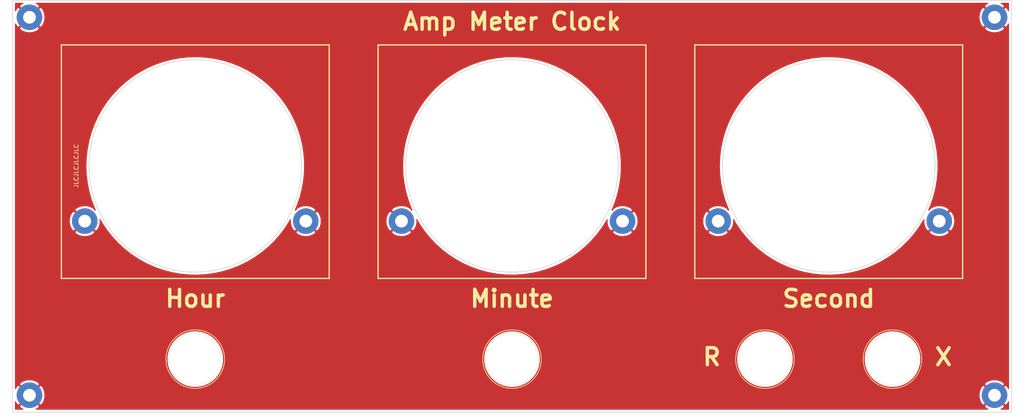
<source format=kicad_pcb>
(kicad_pcb (version 20171130) (host pcbnew "(5.1.10)-1")

  (general
    (thickness 1.6)
    (drawings 18)
    (tracks 0)
    (zones 0)
    (modules 11)
    (nets 2)
  )

  (page A4)
  (layers
    (0 F.Cu signal)
    (31 B.Cu signal)
    (32 B.Adhes user)
    (33 F.Adhes user)
    (34 B.Paste user)
    (35 F.Paste user)
    (36 B.SilkS user)
    (37 F.SilkS user)
    (38 B.Mask user)
    (39 F.Mask user)
    (40 Dwgs.User user)
    (41 Cmts.User user)
    (42 Eco1.User user)
    (43 Eco2.User user)
    (44 Edge.Cuts user)
    (45 Margin user)
    (46 B.CrtYd user)
    (47 F.CrtYd user)
    (48 B.Fab user)
    (49 F.Fab user)
  )

  (setup
    (last_trace_width 0.25)
    (trace_clearance 0.2)
    (zone_clearance 0.508)
    (zone_45_only no)
    (trace_min 0.2)
    (via_size 0.8)
    (via_drill 0.4)
    (via_min_size 0.4)
    (via_min_drill 0.3)
    (uvia_size 0.3)
    (uvia_drill 0.1)
    (uvias_allowed no)
    (uvia_min_size 0.2)
    (uvia_min_drill 0.1)
    (edge_width 0.05)
    (segment_width 0.2)
    (pcb_text_width 0.3)
    (pcb_text_size 1.5 1.5)
    (mod_edge_width 0.12)
    (mod_text_size 1 1)
    (mod_text_width 0.15)
    (pad_size 1.524 1.524)
    (pad_drill 0.762)
    (pad_to_mask_clearance 0)
    (aux_axis_origin 0 0)
    (visible_elements 7FFFFFFF)
    (pcbplotparams
      (layerselection 0x010a0_7fffffff)
      (usegerberextensions false)
      (usegerberattributes true)
      (usegerberadvancedattributes true)
      (creategerberjobfile true)
      (excludeedgelayer true)
      (linewidth 0.100000)
      (plotframeref false)
      (viasonmask false)
      (mode 1)
      (useauxorigin false)
      (hpglpennumber 1)
      (hpglpenspeed 20)
      (hpglpendiameter 15.000000)
      (psnegative false)
      (psa4output false)
      (plotreference true)
      (plotvalue true)
      (plotinvisibletext false)
      (padsonsilk false)
      (subtractmaskfromsilk false)
      (outputformat 1)
      (mirror false)
      (drillshape 0)
      (scaleselection 1)
      (outputdirectory "gerbers/"))
  )

  (net 0 "")
  (net 1 GND)

  (net_class Default "This is the default net class."
    (clearance 0.2)
    (trace_width 0.25)
    (via_dia 0.8)
    (via_drill 0.4)
    (uvia_dia 0.3)
    (uvia_drill 0.1)
    (add_net GND)
  )

  (module ampmeter_clock_frontpanel:Push_Button_12mm (layer F.Cu) (tedit 610AAA1D) (tstamp 610B07D5)
    (at 157.5 124.5)
    (fp_text reference REF** (at 0 8.4) (layer F.SilkS) hide
      (effects (font (size 1 1) (thickness 0.15)))
    )
    (fp_text value Push_Button_12mm (at 0 -0.5) (layer F.Fab)
      (effects (font (size 1 1) (thickness 0.15)))
    )
    (fp_circle (center 0 0) (end 6 0) (layer Dwgs.User) (width 0.12))
    (fp_circle (center 0 0) (end 6.9 0) (layer F.SilkS) (width 0.15))
  )

  (module ampmeter_clock_frontpanel:Push_Button_12mm (layer F.Cu) (tedit 610AAA1D) (tstamp 610B0A61)
    (at 217 124.5)
    (fp_text reference REF** (at 0 8.4) (layer F.SilkS) hide
      (effects (font (size 1 1) (thickness 0.15)))
    )
    (fp_text value Push_Button_12mm (at 0 -0.5) (layer F.Fab)
      (effects (font (size 1 1) (thickness 0.15)))
    )
    (fp_circle (center 0 0) (end 6 0) (layer Dwgs.User) (width 0.12))
    (fp_circle (center 0 0) (end 6.9 0) (layer F.SilkS) (width 0.15))
  )

  (module ampmeter_clock_frontpanel:Push_Button_12mm (layer F.Cu) (tedit 610AAA1D) (tstamp 610B0797)
    (at 247 124.5)
    (fp_text reference REF** (at 0 8.4) (layer F.SilkS) hide
      (effects (font (size 1 1) (thickness 0.15)))
    )
    (fp_text value Push_Button_12mm (at 0 -0.5) (layer F.Fab)
      (effects (font (size 1 1) (thickness 0.15)))
    )
    (fp_circle (center 0 0) (end 6 0) (layer Dwgs.User) (width 0.12))
    (fp_circle (center 0 0) (end 6.9 0) (layer F.SilkS) (width 0.15))
  )

  (module ampmeter_clock_frontpanel:Push_Button_12mm (layer F.Cu) (tedit 610AAA1D) (tstamp 610B0778)
    (at 83 124.5)
    (fp_text reference REF** (at 0 8.4) (layer F.SilkS) hide
      (effects (font (size 1 1) (thickness 0.15)))
    )
    (fp_text value Push_Button_12mm (at 0 -0.5) (layer F.Fab)
      (effects (font (size 1 1) (thickness 0.15)))
    )
    (fp_circle (center 0 0) (end 6 0) (layer Dwgs.User) (width 0.12))
    (fp_circle (center 0 0) (end 6.9 0) (layer F.SilkS) (width 0.15))
  )

  (module ampmeter_clock_frontpanel:Analog_Ampmeter (layer F.Cu) (tedit 60F2BDD9) (tstamp 610B0860)
    (at 232 79)
    (path /60FBF727)
    (fp_text reference H7 (at 0 29.7) (layer F.SilkS) hide
      (effects (font (size 1.5 1.5) (thickness 0.15)))
    )
    (fp_text value MountingHole_Meter (at 0 27.8) (layer F.Fab)
      (effects (font (size 1 1) (thickness 0.15)))
    )
    (fp_line (start 31.5 -28.5) (end 31.5 26.5) (layer F.SilkS) (width 0.3))
    (fp_line (start -31.5 26.5) (end 31.5 26.5) (layer F.SilkS) (width 0.3))
    (fp_line (start -31.5 -28.5) (end 31.5 -28.5) (layer F.SilkS) (width 0.3))
    (fp_line (start -31.5 -28.5) (end -31.5 26.5) (layer F.SilkS) (width 0.3))
    (fp_circle (center 0 0) (end 25 0) (layer Dwgs.User) (width 0.15))
    (pad 1 thru_hole circle (at -26 13) (size 6 6) (drill 3) (layers *.Cu *.Mask)
      (net 1 GND))
    (pad 1 thru_hole circle (at 26 13) (size 6 6) (drill 3) (layers *.Cu *.Mask)
      (net 1 GND))
  )

  (module ampmeter_clock_frontpanel:Analog_Ampmeter (layer F.Cu) (tedit 60F2BDD9) (tstamp 60F33006)
    (at 157.5 79)
    (path /60FBF434)
    (fp_text reference H6 (at 0 29.7) (layer F.SilkS) hide
      (effects (font (size 1.5 1.5) (thickness 0.15)))
    )
    (fp_text value MountingHole_Meter (at 0 27.8) (layer F.Fab)
      (effects (font (size 1 1) (thickness 0.15)))
    )
    (fp_line (start 31.5 -28.5) (end 31.5 26.5) (layer F.SilkS) (width 0.3))
    (fp_line (start -31.5 26.5) (end 31.5 26.5) (layer F.SilkS) (width 0.3))
    (fp_line (start -31.5 -28.5) (end 31.5 -28.5) (layer F.SilkS) (width 0.3))
    (fp_line (start -31.5 -28.5) (end -31.5 26.5) (layer F.SilkS) (width 0.3))
    (fp_circle (center 0 0) (end 25 0) (layer Dwgs.User) (width 0.15))
    (pad 1 thru_hole circle (at -26 13) (size 6 6) (drill 3) (layers *.Cu *.Mask)
      (net 1 GND))
    (pad 1 thru_hole circle (at 26 13) (size 6 6) (drill 3) (layers *.Cu *.Mask)
      (net 1 GND))
  )

  (module ampmeter_clock_frontpanel:Analog_Ampmeter (layer F.Cu) (tedit 60F2BDD9) (tstamp 60F32FFB)
    (at 83 79)
    (path /60FBF25C)
    (fp_text reference H5 (at 0 29.7) (layer F.SilkS) hide
      (effects (font (size 1.5 1.5) (thickness 0.15)))
    )
    (fp_text value MountingHole_Meter (at 0 27.8) (layer F.Fab)
      (effects (font (size 1 1) (thickness 0.15)))
    )
    (fp_line (start 31.5 -28.5) (end 31.5 26.5) (layer F.SilkS) (width 0.3))
    (fp_line (start -31.5 26.5) (end 31.5 26.5) (layer F.SilkS) (width 0.3))
    (fp_line (start -31.5 -28.5) (end 31.5 -28.5) (layer F.SilkS) (width 0.3))
    (fp_line (start -31.5 -28.5) (end -31.5 26.5) (layer F.SilkS) (width 0.3))
    (fp_circle (center 0 0) (end 25 0) (layer Dwgs.User) (width 0.15))
    (pad 1 thru_hole circle (at -26 13) (size 6 6) (drill 3) (layers *.Cu *.Mask)
      (net 1 GND))
    (pad 1 thru_hole circle (at 26 13) (size 6 6) (drill 3) (layers *.Cu *.Mask)
      (net 1 GND))
  )

  (module MountingHole:MountingHole_3mm_Pad (layer F.Cu) (tedit 56D1B4CB) (tstamp 60F32FF0)
    (at 271 133)
    (descr "Mounting Hole 3mm")
    (tags "mounting hole 3mm")
    (path /60FBEF2A)
    (attr virtual)
    (fp_text reference H4 (at 0 -4) (layer F.SilkS) hide
      (effects (font (size 1 1) (thickness 0.15)))
    )
    (fp_text value MountingHole_Pad (at 0 4) (layer F.Fab)
      (effects (font (size 1 1) (thickness 0.15)))
    )
    (fp_circle (center 0 0) (end 3.25 0) (layer F.CrtYd) (width 0.05))
    (fp_circle (center 0 0) (end 3 0) (layer Cmts.User) (width 0.15))
    (fp_text user %R (at 0.3 0) (layer F.Fab)
      (effects (font (size 1 1) (thickness 0.15)))
    )
    (pad 1 thru_hole circle (at 0 0) (size 6 6) (drill 3) (layers *.Cu *.Mask)
      (net 1 GND))
  )

  (module MountingHole:MountingHole_3mm_Pad (layer F.Cu) (tedit 56D1B4CB) (tstamp 60F32FE8)
    (at 44 133)
    (descr "Mounting Hole 3mm")
    (tags "mounting hole 3mm")
    (path /60FBEB64)
    (attr virtual)
    (fp_text reference H3 (at 0 -4) (layer F.SilkS) hide
      (effects (font (size 1 1) (thickness 0.15)))
    )
    (fp_text value MountingHole_Pad (at 0 4) (layer F.Fab)
      (effects (font (size 1 1) (thickness 0.15)))
    )
    (fp_circle (center 0 0) (end 3.25 0) (layer F.CrtYd) (width 0.05))
    (fp_circle (center 0 0) (end 3 0) (layer Cmts.User) (width 0.15))
    (fp_text user %R (at 0.3 0) (layer F.Fab)
      (effects (font (size 1 1) (thickness 0.15)))
    )
    (pad 1 thru_hole circle (at 0 0) (size 6 6) (drill 3) (layers *.Cu *.Mask)
      (net 1 GND))
  )

  (module MountingHole:MountingHole_3mm_Pad (layer F.Cu) (tedit 56D1B4CB) (tstamp 60F32FE0)
    (at 271 44)
    (descr "Mounting Hole 3mm")
    (tags "mounting hole 3mm")
    (path /60FBE987)
    (attr virtual)
    (fp_text reference H2 (at 0 -4) (layer F.SilkS) hide
      (effects (font (size 1 1) (thickness 0.15)))
    )
    (fp_text value MountingHole_Pad (at 0 4) (layer F.Fab)
      (effects (font (size 1 1) (thickness 0.15)))
    )
    (fp_circle (center 0 0) (end 3.25 0) (layer F.CrtYd) (width 0.05))
    (fp_circle (center 0 0) (end 3 0) (layer Cmts.User) (width 0.15))
    (fp_text user %R (at 0.3 0) (layer F.Fab)
      (effects (font (size 1 1) (thickness 0.15)))
    )
    (pad 1 thru_hole circle (at 0 0) (size 6 6) (drill 3) (layers *.Cu *.Mask)
      (net 1 GND))
  )

  (module MountingHole:MountingHole_3mm_Pad (layer F.Cu) (tedit 56D1B4CB) (tstamp 60F32FD8)
    (at 44 44)
    (descr "Mounting Hole 3mm")
    (tags "mounting hole 3mm")
    (path /60FBE52D)
    (attr virtual)
    (fp_text reference H1 (at 0 -4) (layer F.SilkS) hide
      (effects (font (size 1 1) (thickness 0.15)))
    )
    (fp_text value MountingHole_Pad (at 0 4) (layer F.Fab)
      (effects (font (size 1 1) (thickness 0.15)))
    )
    (fp_circle (center 0 0) (end 3.25 0) (layer F.CrtYd) (width 0.05))
    (fp_circle (center 0 0) (end 3 0) (layer Cmts.User) (width 0.15))
    (fp_text user %R (at 0.3 0) (layer F.Fab)
      (effects (font (size 1 1) (thickness 0.15)))
    )
    (pad 1 thru_hole circle (at 0 0) (size 6 6) (drill 3) (layers *.Cu *.Mask)
      (net 1 GND))
  )

  (gr_circle (center 247 124.5) (end 253 124.5) (layer Edge.Cuts) (width 0.05) (tstamp 610B0B87))
  (gr_circle (center 217 124.5) (end 223 124.5) (layer Edge.Cuts) (width 0.05) (tstamp 610B0B87))
  (gr_circle (center 157.5 124.5) (end 163.5 124.5) (layer Edge.Cuts) (width 0.05) (tstamp 610B0B87))
  (gr_circle (center 83 124.5) (end 89 124.5) (layer Edge.Cuts) (width 0.05))
  (gr_text X (at 259 124) (layer F.SilkS)
    (effects (font (size 4 4) (thickness 0.8)))
  )
  (gr_text R (at 204.5 124) (layer F.SilkS)
    (effects (font (size 4 4) (thickness 0.8)))
  )
  (gr_text JLCJLCJLCJLC (at 55 79 90) (layer F.SilkS)
    (effects (font (size 1 1) (thickness 0.15)))
  )
  (gr_text Second (at 232 110.25) (layer F.SilkS)
    (effects (font (size 4 4) (thickness 0.8)))
  )
  (gr_text Minute (at 157.5 110.25) (layer F.SilkS)
    (effects (font (size 4 4) (thickness 0.8)))
  )
  (gr_text Hour (at 83 110.25) (layer F.SilkS)
    (effects (font (size 4 4) (thickness 0.8)))
  )
  (gr_text "Amp Meter Clock" (at 157.5 45) (layer F.SilkS)
    (effects (font (size 4 4) (thickness 0.8)))
  )
  (gr_circle (center 232 79) (end 257 79) (layer Edge.Cuts) (width 0.15))
  (gr_circle (center 157.5 79) (end 182.5 79) (layer Edge.Cuts) (width 0.15))
  (gr_circle (center 83 79) (end 108 79) (layer Edge.Cuts) (width 0.15))
  (gr_line (start 40 40) (end 40 137) (layer Edge.Cuts) (width 0.15) (tstamp 60F3265D))
  (gr_line (start 40 137) (end 275 137) (layer Edge.Cuts) (width 0.15) (tstamp 60F3265A))
  (gr_line (start 275 40) (end 275 137) (layer Edge.Cuts) (width 0.15))
  (gr_line (start 40 40) (end 275 40) (layer Edge.Cuts) (width 0.15))

  (zone (net 1) (net_name GND) (layer F.Cu) (tstamp 60F333FF) (hatch edge 0.508)
    (connect_pads (clearance 0.508))
    (min_thickness 0.254)
    (fill yes (arc_segments 32) (thermal_gap 0.508) (thermal_bridge_width 0.508))
    (polygon
      (pts
        (xy 275 137) (xy 40 137) (xy 40 40) (xy 275 40)
      )
    )
    (filled_polygon
      (pts
        (xy 41.984397 40.953898) (xy 41.957106 40.972132) (xy 41.620919 41.441314) (xy 44 43.820395) (xy 46.379081 41.441314)
        (xy 46.042894 40.972132) (xy 45.557735 40.71) (xy 269.445672 40.71) (xy 268.984397 40.953898) (xy 268.957106 40.972132)
        (xy 268.620919 41.441314) (xy 271 43.820395) (xy 273.379081 41.441314) (xy 273.042894 40.972132) (xy 272.557735 40.71)
        (xy 274.29 40.71) (xy 274.29 42.445672) (xy 274.046102 41.984397) (xy 274.027868 41.957106) (xy 273.558686 41.620919)
        (xy 271.179605 44) (xy 273.558686 46.379081) (xy 274.027868 46.042894) (xy 274.29 45.557735) (xy 274.290001 131.445674)
        (xy 274.046102 130.984397) (xy 274.027868 130.957106) (xy 273.558686 130.620919) (xy 271.179605 133) (xy 273.558686 135.379081)
        (xy 274.027868 135.042894) (xy 274.290001 134.557733) (xy 274.290001 136.29) (xy 272.554328 136.29) (xy 273.015603 136.046102)
        (xy 273.042894 136.027868) (xy 273.379081 135.558686) (xy 271 133.179605) (xy 268.620919 135.558686) (xy 268.957106 136.027868)
        (xy 269.442265 136.29) (xy 45.554328 136.29) (xy 46.015603 136.046102) (xy 46.042894 136.027868) (xy 46.379081 135.558686)
        (xy 44 133.179605) (xy 41.620919 135.558686) (xy 41.957106 136.027868) (xy 42.442265 136.29) (xy 40.71 136.29)
        (xy 40.71 134.554328) (xy 40.953898 135.015603) (xy 40.972132 135.042894) (xy 41.441314 135.379081) (xy 43.820395 133)
        (xy 44.179605 133) (xy 46.558686 135.379081) (xy 47.027868 135.042894) (xy 47.368237 134.412932) (xy 47.579166 133.728673)
        (xy 47.65255 133.016411) (xy 47.649467 132.983589) (xy 267.34745 132.983589) (xy 267.414431 133.696482) (xy 267.619204 134.382609)
        (xy 267.953898 135.015603) (xy 267.972132 135.042894) (xy 268.441314 135.379081) (xy 270.820395 133) (xy 268.441314 130.620919)
        (xy 267.972132 130.957106) (xy 267.631763 131.587068) (xy 267.420834 132.271327) (xy 267.34745 132.983589) (xy 47.649467 132.983589)
        (xy 47.585569 132.303518) (xy 47.380796 131.617391) (xy 47.046102 130.984397) (xy 47.027868 130.957106) (xy 46.558686 130.620919)
        (xy 44.179605 133) (xy 43.820395 133) (xy 41.441314 130.620919) (xy 40.972132 130.957106) (xy 40.71 131.442265)
        (xy 40.71 130.441314) (xy 41.620919 130.441314) (xy 44 132.820395) (xy 46.379081 130.441314) (xy 46.042894 129.972132)
        (xy 45.412932 129.631763) (xy 44.728673 129.420834) (xy 44.016411 129.34745) (xy 43.303518 129.414431) (xy 42.617391 129.619204)
        (xy 41.984397 129.953898) (xy 41.957106 129.972132) (xy 41.620919 130.441314) (xy 40.71 130.441314) (xy 40.71 123.94837)
        (xy 76.342816 123.94837) (xy 76.342816 125.05163) (xy 76.524406 126.139843) (xy 76.882634 127.183325) (xy 77.407728 128.153614)
        (xy 78.085364 129.024241) (xy 78.897059 129.771459) (xy 79.820671 130.374885) (xy 80.831008 130.818059) (xy 81.900508 131.088894)
        (xy 83 131.18) (xy 84.099492 131.088894) (xy 85.168992 130.818059) (xy 86.179329 130.374885) (xy 87.102941 129.771459)
        (xy 87.914636 129.024241) (xy 88.592272 128.153614) (xy 89.117366 127.183325) (xy 89.475594 126.139843) (xy 89.657184 125.05163)
        (xy 89.657184 123.94837) (xy 150.842816 123.94837) (xy 150.842816 125.05163) (xy 151.024406 126.139843) (xy 151.382634 127.183325)
        (xy 151.907728 128.153614) (xy 152.585364 129.024241) (xy 153.397059 129.771459) (xy 154.320671 130.374885) (xy 155.331008 130.818059)
        (xy 156.400508 131.088894) (xy 157.5 131.18) (xy 158.599492 131.088894) (xy 159.668992 130.818059) (xy 160.679329 130.374885)
        (xy 161.602941 129.771459) (xy 162.414636 129.024241) (xy 163.092272 128.153614) (xy 163.617366 127.183325) (xy 163.975594 126.139843)
        (xy 164.157184 125.05163) (xy 164.157184 123.94837) (xy 210.342816 123.94837) (xy 210.342816 125.05163) (xy 210.524406 126.139843)
        (xy 210.882634 127.183325) (xy 211.407728 128.153614) (xy 212.085364 129.024241) (xy 212.897059 129.771459) (xy 213.820671 130.374885)
        (xy 214.831008 130.818059) (xy 215.900508 131.088894) (xy 217 131.18) (xy 218.099492 131.088894) (xy 219.168992 130.818059)
        (xy 220.179329 130.374885) (xy 221.102941 129.771459) (xy 221.914636 129.024241) (xy 222.592272 128.153614) (xy 223.117366 127.183325)
        (xy 223.475594 126.139843) (xy 223.657184 125.05163) (xy 223.657184 123.94837) (xy 240.342816 123.94837) (xy 240.342816 125.05163)
        (xy 240.524406 126.139843) (xy 240.882634 127.183325) (xy 241.407728 128.153614) (xy 242.085364 129.024241) (xy 242.897059 129.771459)
        (xy 243.820671 130.374885) (xy 244.831008 130.818059) (xy 245.900508 131.088894) (xy 247 131.18) (xy 248.099492 131.088894)
        (xy 249.168992 130.818059) (xy 250.027885 130.441314) (xy 268.620919 130.441314) (xy 271 132.820395) (xy 273.379081 130.441314)
        (xy 273.042894 129.972132) (xy 272.412932 129.631763) (xy 271.728673 129.420834) (xy 271.016411 129.34745) (xy 270.303518 129.414431)
        (xy 269.617391 129.619204) (xy 268.984397 129.953898) (xy 268.957106 129.972132) (xy 268.620919 130.441314) (xy 250.027885 130.441314)
        (xy 250.179329 130.374885) (xy 251.102941 129.771459) (xy 251.914636 129.024241) (xy 252.592272 128.153614) (xy 253.117366 127.183325)
        (xy 253.475594 126.139843) (xy 253.657184 125.05163) (xy 253.657184 123.94837) (xy 253.475594 122.860157) (xy 253.117366 121.816675)
        (xy 252.592272 120.846386) (xy 251.914636 119.975759) (xy 251.102941 119.228541) (xy 250.179329 118.625115) (xy 249.168992 118.181941)
        (xy 248.099492 117.911106) (xy 247 117.82) (xy 245.900508 117.911106) (xy 244.831008 118.181941) (xy 243.820671 118.625115)
        (xy 242.897059 119.228541) (xy 242.085364 119.975759) (xy 241.407728 120.846386) (xy 240.882634 121.816675) (xy 240.524406 122.860157)
        (xy 240.342816 123.94837) (xy 223.657184 123.94837) (xy 223.475594 122.860157) (xy 223.117366 121.816675) (xy 222.592272 120.846386)
        (xy 221.914636 119.975759) (xy 221.102941 119.228541) (xy 220.179329 118.625115) (xy 219.168992 118.181941) (xy 218.099492 117.911106)
        (xy 217 117.82) (xy 215.900508 117.911106) (xy 214.831008 118.181941) (xy 213.820671 118.625115) (xy 212.897059 119.228541)
        (xy 212.085364 119.975759) (xy 211.407728 120.846386) (xy 210.882634 121.816675) (xy 210.524406 122.860157) (xy 210.342816 123.94837)
        (xy 164.157184 123.94837) (xy 163.975594 122.860157) (xy 163.617366 121.816675) (xy 163.092272 120.846386) (xy 162.414636 119.975759)
        (xy 161.602941 119.228541) (xy 160.679329 118.625115) (xy 159.668992 118.181941) (xy 158.599492 117.911106) (xy 157.5 117.82)
        (xy 156.400508 117.911106) (xy 155.331008 118.181941) (xy 154.320671 118.625115) (xy 153.397059 119.228541) (xy 152.585364 119.975759)
        (xy 151.907728 120.846386) (xy 151.382634 121.816675) (xy 151.024406 122.860157) (xy 150.842816 123.94837) (xy 89.657184 123.94837)
        (xy 89.475594 122.860157) (xy 89.117366 121.816675) (xy 88.592272 120.846386) (xy 87.914636 119.975759) (xy 87.102941 119.228541)
        (xy 86.179329 118.625115) (xy 85.168992 118.181941) (xy 84.099492 117.911106) (xy 83 117.82) (xy 81.900508 117.911106)
        (xy 80.831008 118.181941) (xy 79.820671 118.625115) (xy 78.897059 119.228541) (xy 78.085364 119.975759) (xy 77.407728 120.846386)
        (xy 76.882634 121.816675) (xy 76.524406 122.860157) (xy 76.342816 123.94837) (xy 40.71 123.94837) (xy 40.71 94.558686)
        (xy 54.620919 94.558686) (xy 54.957106 95.027868) (xy 55.587068 95.368237) (xy 56.271327 95.579166) (xy 56.983589 95.65255)
        (xy 57.696482 95.585569) (xy 58.382609 95.380796) (xy 59.015603 95.046102) (xy 59.042894 95.027868) (xy 59.379081 94.558686)
        (xy 57 92.179605) (xy 54.620919 94.558686) (xy 40.71 94.558686) (xy 40.71 91.983589) (xy 53.34745 91.983589)
        (xy 53.414431 92.696482) (xy 53.619204 93.382609) (xy 53.953898 94.015603) (xy 53.972132 94.042894) (xy 54.441314 94.379081)
        (xy 56.820395 92) (xy 54.441314 89.620919) (xy 53.972132 89.957106) (xy 53.631763 90.587068) (xy 53.420834 91.271327)
        (xy 53.34745 91.983589) (xy 40.71 91.983589) (xy 40.71 89.441314) (xy 54.620919 89.441314) (xy 57 91.820395)
        (xy 57.014143 91.806253) (xy 57.193748 91.985858) (xy 57.179605 92) (xy 59.558686 94.379081) (xy 60.027868 94.042894)
        (xy 60.368237 93.412932) (xy 60.579166 92.728673) (xy 60.65255 92.016411) (xy 60.618211 91.650937) (xy 61.155658 92.596236)
        (xy 62.304935 94.288792) (xy 63.585052 95.884689) (xy 64.987917 97.373834) (xy 66.504661 98.746814) (xy 68.125693 99.994949)
        (xy 69.840765 101.110347) (xy 71.639034 102.085956) (xy 73.509131 102.915608) (xy 75.439232 103.594058) (xy 77.417135 104.117017)
        (xy 79.430335 104.481177) (xy 81.466103 104.684238) (xy 83.511569 104.724914) (xy 85.5538 104.602949) (xy 87.579886 104.319114)
        (xy 89.577016 103.875204) (xy 91.532564 103.274024) (xy 93.434167 102.519376) (xy 95.269801 101.616032) (xy 97.027861 100.569701)
        (xy 98.697234 99.387) (xy 100.267363 98.075405) (xy 101.728322 96.64321) (xy 103.070875 95.099469) (xy 103.470386 94.558686)
        (xy 106.620919 94.558686) (xy 106.957106 95.027868) (xy 107.587068 95.368237) (xy 108.271327 95.579166) (xy 108.983589 95.65255)
        (xy 109.696482 95.585569) (xy 110.382609 95.380796) (xy 111.015603 95.046102) (xy 111.042894 95.027868) (xy 111.379081 94.558686)
        (xy 129.120919 94.558686) (xy 129.457106 95.027868) (xy 130.087068 95.368237) (xy 130.771327 95.579166) (xy 131.483589 95.65255)
        (xy 132.196482 95.585569) (xy 132.882609 95.380796) (xy 133.515603 95.046102) (xy 133.542894 95.027868) (xy 133.879081 94.558686)
        (xy 131.5 92.179605) (xy 129.120919 94.558686) (xy 111.379081 94.558686) (xy 109 92.179605) (xy 106.620919 94.558686)
        (xy 103.470386 94.558686) (xy 104.286533 93.453941) (xy 105.367611 91.717032) (xy 105.37673 91.699395) (xy 105.34745 91.983589)
        (xy 105.414431 92.696482) (xy 105.619204 93.382609) (xy 105.953898 94.015603) (xy 105.972132 94.042894) (xy 106.441314 94.379081)
        (xy 108.820395 92) (xy 109.179605 92) (xy 111.558686 94.379081) (xy 112.027868 94.042894) (xy 112.368237 93.412932)
        (xy 112.579166 92.728673) (xy 112.65255 92.016411) (xy 112.649467 91.983589) (xy 127.84745 91.983589) (xy 127.914431 92.696482)
        (xy 128.119204 93.382609) (xy 128.453898 94.015603) (xy 128.472132 94.042894) (xy 128.941314 94.379081) (xy 131.320395 92)
        (xy 128.941314 89.620919) (xy 128.472132 89.957106) (xy 128.131763 90.587068) (xy 127.920834 91.271327) (xy 127.84745 91.983589)
        (xy 112.649467 91.983589) (xy 112.585569 91.303518) (xy 112.380796 90.617391) (xy 112.046102 89.984397) (xy 112.027868 89.957106)
        (xy 111.558686 89.620919) (xy 109.179605 92) (xy 108.820395 92) (xy 108.806253 91.985858) (xy 108.985858 91.806253)
        (xy 109 91.820395) (xy 111.379081 89.441314) (xy 129.120919 89.441314) (xy 131.5 91.820395) (xy 131.514143 91.806253)
        (xy 131.693748 91.985858) (xy 131.679605 92) (xy 134.058686 94.379081) (xy 134.527868 94.042894) (xy 134.868237 93.412932)
        (xy 135.079166 92.728673) (xy 135.15255 92.016411) (xy 135.118211 91.650937) (xy 135.655658 92.596236) (xy 136.804935 94.288792)
        (xy 138.085052 95.884689) (xy 139.487917 97.373834) (xy 141.004661 98.746814) (xy 142.625693 99.994949) (xy 144.340765 101.110347)
        (xy 146.139034 102.085956) (xy 148.009131 102.915608) (xy 149.939232 103.594058) (xy 151.917135 104.117017) (xy 153.930335 104.481177)
        (xy 155.966103 104.684238) (xy 158.011569 104.724914) (xy 160.0538 104.602949) (xy 162.079886 104.319114) (xy 164.077016 103.875204)
        (xy 166.032564 103.274024) (xy 167.934167 102.519376) (xy 169.769801 101.616032) (xy 171.527861 100.569701) (xy 173.197234 99.387)
        (xy 174.767363 98.075405) (xy 176.228322 96.64321) (xy 177.570875 95.099469) (xy 177.970386 94.558686) (xy 181.120919 94.558686)
        (xy 181.457106 95.027868) (xy 182.087068 95.368237) (xy 182.771327 95.579166) (xy 183.483589 95.65255) (xy 184.196482 95.585569)
        (xy 184.882609 95.380796) (xy 185.515603 95.046102) (xy 185.542894 95.027868) (xy 185.879081 94.558686) (xy 203.620919 94.558686)
        (xy 203.957106 95.027868) (xy 204.587068 95.368237) (xy 205.271327 95.579166) (xy 205.983589 95.65255) (xy 206.696482 95.585569)
        (xy 207.382609 95.380796) (xy 208.015603 95.046102) (xy 208.042894 95.027868) (xy 208.379081 94.558686) (xy 206 92.179605)
        (xy 203.620919 94.558686) (xy 185.879081 94.558686) (xy 183.5 92.179605) (xy 181.120919 94.558686) (xy 177.970386 94.558686)
        (xy 178.786533 93.453941) (xy 179.867611 91.717032) (xy 179.87673 91.699395) (xy 179.84745 91.983589) (xy 179.914431 92.696482)
        (xy 180.119204 93.382609) (xy 180.453898 94.015603) (xy 180.472132 94.042894) (xy 180.941314 94.379081) (xy 183.320395 92)
        (xy 183.679605 92) (xy 186.058686 94.379081) (xy 186.527868 94.042894) (xy 186.868237 93.412932) (xy 187.079166 92.728673)
        (xy 187.15255 92.016411) (xy 187.149467 91.983589) (xy 202.34745 91.983589) (xy 202.414431 92.696482) (xy 202.619204 93.382609)
        (xy 202.953898 94.015603) (xy 202.972132 94.042894) (xy 203.441314 94.379081) (xy 205.820395 92) (xy 203.441314 89.620919)
        (xy 202.972132 89.957106) (xy 202.631763 90.587068) (xy 202.420834 91.271327) (xy 202.34745 91.983589) (xy 187.149467 91.983589)
        (xy 187.085569 91.303518) (xy 186.880796 90.617391) (xy 186.546102 89.984397) (xy 186.527868 89.957106) (xy 186.058686 89.620919)
        (xy 183.679605 92) (xy 183.320395 92) (xy 183.306253 91.985858) (xy 183.485858 91.806253) (xy 183.5 91.820395)
        (xy 185.879081 89.441314) (xy 203.620919 89.441314) (xy 206 91.820395) (xy 206.014143 91.806253) (xy 206.193748 91.985858)
        (xy 206.179605 92) (xy 208.558686 94.379081) (xy 209.027868 94.042894) (xy 209.368237 93.412932) (xy 209.579166 92.728673)
        (xy 209.65255 92.016411) (xy 209.618211 91.650937) (xy 210.155658 92.596236) (xy 211.304935 94.288792) (xy 212.585052 95.884689)
        (xy 213.987917 97.373834) (xy 215.504661 98.746814) (xy 217.125693 99.994949) (xy 218.840765 101.110347) (xy 220.639034 102.085956)
        (xy 222.509131 102.915608) (xy 224.439232 103.594058) (xy 226.417135 104.117017) (xy 228.430335 104.481177) (xy 230.466103 104.684238)
        (xy 232.511569 104.724914) (xy 234.5538 104.602949) (xy 236.579886 104.319114) (xy 238.577016 103.875204) (xy 240.532564 103.274024)
        (xy 242.434167 102.519376) (xy 244.269801 101.616032) (xy 246.027861 100.569701) (xy 247.697234 99.387) (xy 249.267363 98.075405)
        (xy 250.728322 96.64321) (xy 252.070875 95.099469) (xy 252.470386 94.558686) (xy 255.620919 94.558686) (xy 255.957106 95.027868)
        (xy 256.587068 95.368237) (xy 257.271327 95.579166) (xy 257.983589 95.65255) (xy 258.696482 95.585569) (xy 259.382609 95.380796)
        (xy 260.015603 95.046102) (xy 260.042894 95.027868) (xy 260.379081 94.558686) (xy 258 92.179605) (xy 255.620919 94.558686)
        (xy 252.470386 94.558686) (xy 253.286533 93.453941) (xy 254.367611 91.717032) (xy 254.37673 91.699395) (xy 254.34745 91.983589)
        (xy 254.414431 92.696482) (xy 254.619204 93.382609) (xy 254.953898 94.015603) (xy 254.972132 94.042894) (xy 255.441314 94.379081)
        (xy 257.820395 92) (xy 258.179605 92) (xy 260.558686 94.379081) (xy 261.027868 94.042894) (xy 261.368237 93.412932)
        (xy 261.579166 92.728673) (xy 261.65255 92.016411) (xy 261.585569 91.303518) (xy 261.380796 90.617391) (xy 261.046102 89.984397)
        (xy 261.027868 89.957106) (xy 260.558686 89.620919) (xy 258.179605 92) (xy 257.820395 92) (xy 257.806253 91.985858)
        (xy 257.985858 91.806253) (xy 258 91.820395) (xy 260.379081 89.441314) (xy 260.042894 88.972132) (xy 259.412932 88.631763)
        (xy 258.728673 88.420834) (xy 258.016411 88.34745) (xy 257.303518 88.414431) (xy 256.617391 88.619204) (xy 255.984397 88.953898)
        (xy 255.957106 88.972132) (xy 255.62092 89.441312) (xy 255.535647 89.356039) (xy 256.09958 88.013498) (xy 256.739521 86.070289)
        (xy 257.223051 84.08238) (xy 257.547113 82.062338) (xy 257.709658 80.022935) (xy 257.709658 77.977065) (xy 257.547113 75.937662)
        (xy 257.223051 73.91762) (xy 256.739521 71.929711) (xy 256.09958 69.986502) (xy 255.307273 68.100279) (xy 254.367611 66.282968)
        (xy 253.286533 64.546059) (xy 252.070875 62.900531) (xy 250.728322 61.35679) (xy 249.267363 59.924595) (xy 247.697234 58.613)
        (xy 246.027861 57.430299) (xy 244.269801 56.383968) (xy 242.434167 55.480624) (xy 240.532564 54.725976) (xy 238.577016 54.124796)
        (xy 236.579886 53.680886) (xy 234.5538 53.397051) (xy 232.511569 53.275086) (xy 230.466103 53.315762) (xy 228.430335 53.518823)
        (xy 226.417135 53.882983) (xy 224.439232 54.405942) (xy 222.509131 55.084392) (xy 220.639034 55.914044) (xy 218.840765 56.889653)
        (xy 217.125693 58.005051) (xy 215.504661 59.253186) (xy 213.987917 60.626166) (xy 212.585052 62.115311) (xy 211.304935 63.711208)
        (xy 210.155658 65.403764) (xy 209.144488 67.182281) (xy 208.277819 69.035513) (xy 207.561128 70.951743) (xy 206.998948 72.918858)
        (xy 206.594832 74.924419) (xy 206.351337 76.955747) (xy 206.27 79) (xy 206.351337 81.044253) (xy 206.594832 83.075581)
        (xy 206.998948 85.081142) (xy 207.561128 87.048257) (xy 208.277819 88.964487) (xy 208.46202 89.358372) (xy 208.37908 89.441312)
        (xy 208.042894 88.972132) (xy 207.412932 88.631763) (xy 206.728673 88.420834) (xy 206.016411 88.34745) (xy 205.303518 88.414431)
        (xy 204.617391 88.619204) (xy 203.984397 88.953898) (xy 203.957106 88.972132) (xy 203.620919 89.441314) (xy 185.879081 89.441314)
        (xy 185.542894 88.972132) (xy 184.912932 88.631763) (xy 184.228673 88.420834) (xy 183.516411 88.34745) (xy 182.803518 88.414431)
        (xy 182.117391 88.619204) (xy 181.484397 88.953898) (xy 181.457106 88.972132) (xy 181.12092 89.441312) (xy 181.035647 89.356039)
        (xy 181.59958 88.013498) (xy 182.239521 86.070289) (xy 182.723051 84.08238) (xy 183.047113 82.062338) (xy 183.209658 80.022935)
        (xy 183.209658 77.977065) (xy 183.047113 75.937662) (xy 182.723051 73.91762) (xy 182.239521 71.929711) (xy 181.59958 69.986502)
        (xy 180.807273 68.100279) (xy 179.867611 66.282968) (xy 178.786533 64.546059) (xy 177.570875 62.900531) (xy 176.228322 61.35679)
        (xy 174.767363 59.924595) (xy 173.197234 58.613) (xy 171.527861 57.430299) (xy 169.769801 56.383968) (xy 167.934167 55.480624)
        (xy 166.032564 54.725976) (xy 164.077016 54.124796) (xy 162.079886 53.680886) (xy 160.0538 53.397051) (xy 158.011569 53.275086)
        (xy 155.966103 53.315762) (xy 153.930335 53.518823) (xy 151.917135 53.882983) (xy 149.939232 54.405942) (xy 148.009131 55.084392)
        (xy 146.139034 55.914044) (xy 144.340765 56.889653) (xy 142.625693 58.005051) (xy 141.004661 59.253186) (xy 139.487917 60.626166)
        (xy 138.085052 62.115311) (xy 136.804935 63.711208) (xy 135.655658 65.403764) (xy 134.644488 67.182281) (xy 133.777819 69.035513)
        (xy 133.061128 70.951743) (xy 132.498948 72.918858) (xy 132.094832 74.924419) (xy 131.851337 76.955747) (xy 131.77 79)
        (xy 131.851337 81.044253) (xy 132.094832 83.075581) (xy 132.498948 85.081142) (xy 133.061128 87.048257) (xy 133.777819 88.964487)
        (xy 133.96202 89.358372) (xy 133.87908 89.441312) (xy 133.542894 88.972132) (xy 132.912932 88.631763) (xy 132.228673 88.420834)
        (xy 131.516411 88.34745) (xy 130.803518 88.414431) (xy 130.117391 88.619204) (xy 129.484397 88.953898) (xy 129.457106 88.972132)
        (xy 129.120919 89.441314) (xy 111.379081 89.441314) (xy 111.042894 88.972132) (xy 110.412932 88.631763) (xy 109.728673 88.420834)
        (xy 109.016411 88.34745) (xy 108.303518 88.414431) (xy 107.617391 88.619204) (xy 106.984397 88.953898) (xy 106.957106 88.972132)
        (xy 106.62092 89.441312) (xy 106.535647 89.356039) (xy 107.09958 88.013498) (xy 107.739521 86.070289) (xy 108.223051 84.08238)
        (xy 108.547113 82.062338) (xy 108.709658 80.022935) (xy 108.709658 77.977065) (xy 108.547113 75.937662) (xy 108.223051 73.91762)
        (xy 107.739521 71.929711) (xy 107.09958 69.986502) (xy 106.307273 68.100279) (xy 105.367611 66.282968) (xy 104.286533 64.546059)
        (xy 103.070875 62.900531) (xy 101.728322 61.35679) (xy 100.267363 59.924595) (xy 98.697234 58.613) (xy 97.027861 57.430299)
        (xy 95.269801 56.383968) (xy 93.434167 55.480624) (xy 91.532564 54.725976) (xy 89.577016 54.124796) (xy 87.579886 53.680886)
        (xy 85.5538 53.397051) (xy 83.511569 53.275086) (xy 81.466103 53.315762) (xy 79.430335 53.518823) (xy 77.417135 53.882983)
        (xy 75.439232 54.405942) (xy 73.509131 55.084392) (xy 71.639034 55.914044) (xy 69.840765 56.889653) (xy 68.125693 58.005051)
        (xy 66.504661 59.253186) (xy 64.987917 60.626166) (xy 63.585052 62.115311) (xy 62.304935 63.711208) (xy 61.155658 65.403764)
        (xy 60.144488 67.182281) (xy 59.277819 69.035513) (xy 58.561128 70.951743) (xy 57.998948 72.918858) (xy 57.594832 74.924419)
        (xy 57.351337 76.955747) (xy 57.27 79) (xy 57.351337 81.044253) (xy 57.594832 83.075581) (xy 57.998948 85.081142)
        (xy 58.561128 87.048257) (xy 59.277819 88.964487) (xy 59.46202 89.358372) (xy 59.37908 89.441312) (xy 59.042894 88.972132)
        (xy 58.412932 88.631763) (xy 57.728673 88.420834) (xy 57.016411 88.34745) (xy 56.303518 88.414431) (xy 55.617391 88.619204)
        (xy 54.984397 88.953898) (xy 54.957106 88.972132) (xy 54.620919 89.441314) (xy 40.71 89.441314) (xy 40.71 46.558686)
        (xy 41.620919 46.558686) (xy 41.957106 47.027868) (xy 42.587068 47.368237) (xy 43.271327 47.579166) (xy 43.983589 47.65255)
        (xy 44.696482 47.585569) (xy 45.382609 47.380796) (xy 46.015603 47.046102) (xy 46.042894 47.027868) (xy 46.379081 46.558686)
        (xy 268.620919 46.558686) (xy 268.957106 47.027868) (xy 269.587068 47.368237) (xy 270.271327 47.579166) (xy 270.983589 47.65255)
        (xy 271.696482 47.585569) (xy 272.382609 47.380796) (xy 273.015603 47.046102) (xy 273.042894 47.027868) (xy 273.379081 46.558686)
        (xy 271 44.179605) (xy 268.620919 46.558686) (xy 46.379081 46.558686) (xy 44 44.179605) (xy 41.620919 46.558686)
        (xy 40.71 46.558686) (xy 40.71 45.554328) (xy 40.953898 46.015603) (xy 40.972132 46.042894) (xy 41.441314 46.379081)
        (xy 43.820395 44) (xy 44.179605 44) (xy 46.558686 46.379081) (xy 47.027868 46.042894) (xy 47.368237 45.412932)
        (xy 47.579166 44.728673) (xy 47.65255 44.016411) (xy 47.649467 43.983589) (xy 267.34745 43.983589) (xy 267.414431 44.696482)
        (xy 267.619204 45.382609) (xy 267.953898 46.015603) (xy 267.972132 46.042894) (xy 268.441314 46.379081) (xy 270.820395 44)
        (xy 268.441314 41.620919) (xy 267.972132 41.957106) (xy 267.631763 42.587068) (xy 267.420834 43.271327) (xy 267.34745 43.983589)
        (xy 47.649467 43.983589) (xy 47.585569 43.303518) (xy 47.380796 42.617391) (xy 47.046102 41.984397) (xy 47.027868 41.957106)
        (xy 46.558686 41.620919) (xy 44.179605 44) (xy 43.820395 44) (xy 41.441314 41.620919) (xy 40.972132 41.957106)
        (xy 40.71 42.442265) (xy 40.71 40.71) (xy 42.445672 40.71)
      )
    )
  )
)

</source>
